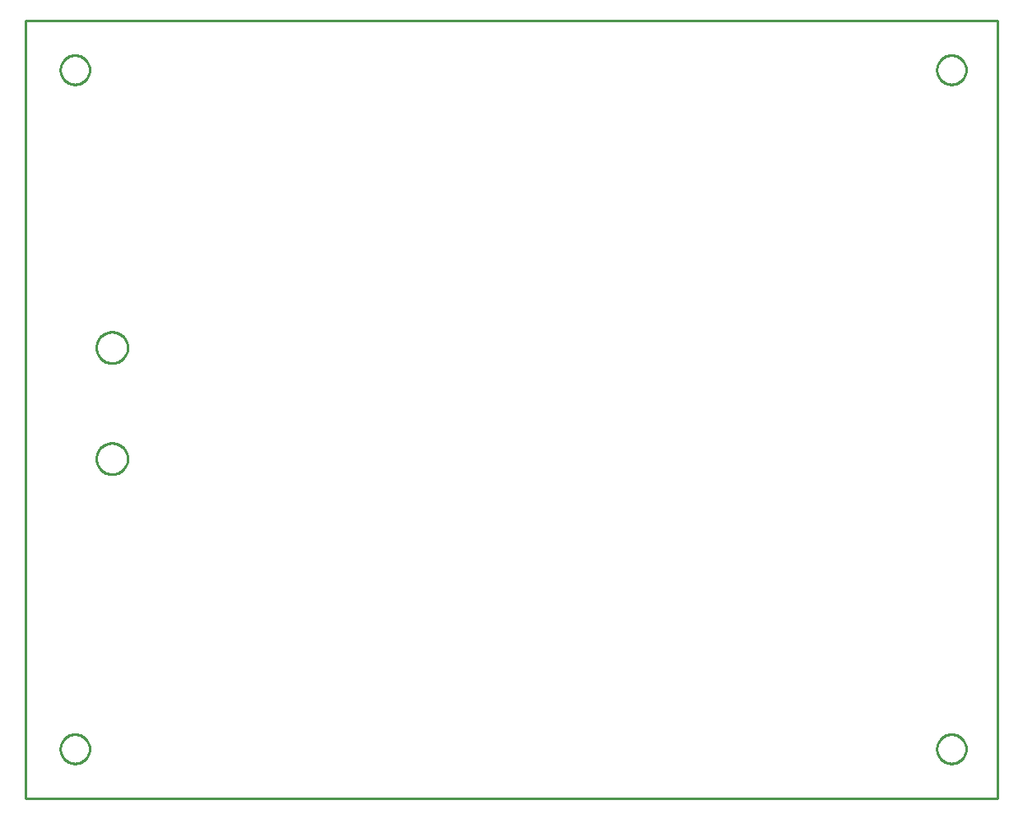
<source format=gbr>
G04 EAGLE Gerber RS-274X export*
G75*
%MOMM*%
%FSLAX34Y34*%
%LPD*%
%IN*%
%IPPOS*%
%AMOC8*
5,1,8,0,0,1.08239X$1,22.5*%
G01*
%ADD10C,0.254000*%


D10*
X0Y0D02*
X1000000Y0D01*
X1000000Y800000D01*
X0Y800000D01*
X0Y0D01*
X967500Y748764D02*
X967424Y747696D01*
X967271Y746635D01*
X967043Y745588D01*
X966741Y744560D01*
X966367Y743556D01*
X965922Y742581D01*
X965408Y741641D01*
X964829Y740740D01*
X964187Y739882D01*
X963485Y739072D01*
X962728Y738315D01*
X961918Y737613D01*
X961060Y736971D01*
X960159Y736392D01*
X959219Y735878D01*
X958244Y735433D01*
X957240Y735059D01*
X956212Y734757D01*
X955165Y734529D01*
X954104Y734376D01*
X953036Y734300D01*
X951964Y734300D01*
X950896Y734376D01*
X949835Y734529D01*
X948788Y734757D01*
X947760Y735059D01*
X946756Y735433D01*
X945781Y735878D01*
X944841Y736392D01*
X943940Y736971D01*
X943082Y737613D01*
X942272Y738315D01*
X941515Y739072D01*
X940813Y739882D01*
X940171Y740740D01*
X939592Y741641D01*
X939078Y742581D01*
X938633Y743556D01*
X938259Y744560D01*
X937957Y745588D01*
X937729Y746635D01*
X937576Y747696D01*
X937500Y748764D01*
X937500Y749836D01*
X937576Y750904D01*
X937729Y751965D01*
X937957Y753012D01*
X938259Y754040D01*
X938633Y755044D01*
X939078Y756019D01*
X939592Y756959D01*
X940171Y757860D01*
X940813Y758718D01*
X941515Y759528D01*
X942272Y760285D01*
X943082Y760987D01*
X943940Y761629D01*
X944841Y762208D01*
X945781Y762722D01*
X946756Y763167D01*
X947760Y763541D01*
X948788Y763843D01*
X949835Y764071D01*
X950896Y764224D01*
X951964Y764300D01*
X953036Y764300D01*
X954104Y764224D01*
X955165Y764071D01*
X956212Y763843D01*
X957240Y763541D01*
X958244Y763167D01*
X959219Y762722D01*
X960159Y762208D01*
X961060Y761629D01*
X961918Y760987D01*
X962728Y760285D01*
X963485Y759528D01*
X964187Y758718D01*
X964829Y757860D01*
X965408Y756959D01*
X965922Y756019D01*
X966367Y755044D01*
X966741Y754040D01*
X967043Y753012D01*
X967271Y751965D01*
X967424Y750904D01*
X967500Y749836D01*
X967500Y748764D01*
X967500Y50264D02*
X967424Y49196D01*
X967271Y48135D01*
X967043Y47088D01*
X966741Y46060D01*
X966367Y45056D01*
X965922Y44081D01*
X965408Y43141D01*
X964829Y42240D01*
X964187Y41382D01*
X963485Y40572D01*
X962728Y39815D01*
X961918Y39113D01*
X961060Y38471D01*
X960159Y37892D01*
X959219Y37378D01*
X958244Y36933D01*
X957240Y36559D01*
X956212Y36257D01*
X955165Y36029D01*
X954104Y35876D01*
X953036Y35800D01*
X951964Y35800D01*
X950896Y35876D01*
X949835Y36029D01*
X948788Y36257D01*
X947760Y36559D01*
X946756Y36933D01*
X945781Y37378D01*
X944841Y37892D01*
X943940Y38471D01*
X943082Y39113D01*
X942272Y39815D01*
X941515Y40572D01*
X940813Y41382D01*
X940171Y42240D01*
X939592Y43141D01*
X939078Y44081D01*
X938633Y45056D01*
X938259Y46060D01*
X937957Y47088D01*
X937729Y48135D01*
X937576Y49196D01*
X937500Y50264D01*
X937500Y51336D01*
X937576Y52404D01*
X937729Y53465D01*
X937957Y54512D01*
X938259Y55540D01*
X938633Y56544D01*
X939078Y57519D01*
X939592Y58459D01*
X940171Y59360D01*
X940813Y60218D01*
X941515Y61028D01*
X942272Y61785D01*
X943082Y62487D01*
X943940Y63129D01*
X944841Y63708D01*
X945781Y64222D01*
X946756Y64667D01*
X947760Y65041D01*
X948788Y65343D01*
X949835Y65571D01*
X950896Y65724D01*
X951964Y65800D01*
X953036Y65800D01*
X954104Y65724D01*
X955165Y65571D01*
X956212Y65343D01*
X957240Y65041D01*
X958244Y64667D01*
X959219Y64222D01*
X960159Y63708D01*
X961060Y63129D01*
X961918Y62487D01*
X962728Y61785D01*
X963485Y61028D01*
X964187Y60218D01*
X964829Y59360D01*
X965408Y58459D01*
X965922Y57519D01*
X966367Y56544D01*
X966741Y55540D01*
X967043Y54512D01*
X967271Y53465D01*
X967424Y52404D01*
X967500Y51336D01*
X967500Y50264D01*
X65800Y50264D02*
X65724Y49196D01*
X65571Y48135D01*
X65343Y47088D01*
X65041Y46060D01*
X64667Y45056D01*
X64222Y44081D01*
X63708Y43141D01*
X63129Y42240D01*
X62487Y41382D01*
X61785Y40572D01*
X61028Y39815D01*
X60218Y39113D01*
X59360Y38471D01*
X58459Y37892D01*
X57519Y37378D01*
X56544Y36933D01*
X55540Y36559D01*
X54512Y36257D01*
X53465Y36029D01*
X52404Y35876D01*
X51336Y35800D01*
X50264Y35800D01*
X49196Y35876D01*
X48135Y36029D01*
X47088Y36257D01*
X46060Y36559D01*
X45056Y36933D01*
X44081Y37378D01*
X43141Y37892D01*
X42240Y38471D01*
X41382Y39113D01*
X40572Y39815D01*
X39815Y40572D01*
X39113Y41382D01*
X38471Y42240D01*
X37892Y43141D01*
X37378Y44081D01*
X36933Y45056D01*
X36559Y46060D01*
X36257Y47088D01*
X36029Y48135D01*
X35876Y49196D01*
X35800Y50264D01*
X35800Y51336D01*
X35876Y52404D01*
X36029Y53465D01*
X36257Y54512D01*
X36559Y55540D01*
X36933Y56544D01*
X37378Y57519D01*
X37892Y58459D01*
X38471Y59360D01*
X39113Y60218D01*
X39815Y61028D01*
X40572Y61785D01*
X41382Y62487D01*
X42240Y63129D01*
X43141Y63708D01*
X44081Y64222D01*
X45056Y64667D01*
X46060Y65041D01*
X47088Y65343D01*
X48135Y65571D01*
X49196Y65724D01*
X50264Y65800D01*
X51336Y65800D01*
X52404Y65724D01*
X53465Y65571D01*
X54512Y65343D01*
X55540Y65041D01*
X56544Y64667D01*
X57519Y64222D01*
X58459Y63708D01*
X59360Y63129D01*
X60218Y62487D01*
X61028Y61785D01*
X61785Y61028D01*
X62487Y60218D01*
X63129Y59360D01*
X63708Y58459D01*
X64222Y57519D01*
X64667Y56544D01*
X65041Y55540D01*
X65343Y54512D01*
X65571Y53465D01*
X65724Y52404D01*
X65800Y51336D01*
X65800Y50264D01*
X65800Y748764D02*
X65724Y747696D01*
X65571Y746635D01*
X65343Y745588D01*
X65041Y744560D01*
X64667Y743556D01*
X64222Y742581D01*
X63708Y741641D01*
X63129Y740740D01*
X62487Y739882D01*
X61785Y739072D01*
X61028Y738315D01*
X60218Y737613D01*
X59360Y736971D01*
X58459Y736392D01*
X57519Y735878D01*
X56544Y735433D01*
X55540Y735059D01*
X54512Y734757D01*
X53465Y734529D01*
X52404Y734376D01*
X51336Y734300D01*
X50264Y734300D01*
X49196Y734376D01*
X48135Y734529D01*
X47088Y734757D01*
X46060Y735059D01*
X45056Y735433D01*
X44081Y735878D01*
X43141Y736392D01*
X42240Y736971D01*
X41382Y737613D01*
X40572Y738315D01*
X39815Y739072D01*
X39113Y739882D01*
X38471Y740740D01*
X37892Y741641D01*
X37378Y742581D01*
X36933Y743556D01*
X36559Y744560D01*
X36257Y745588D01*
X36029Y746635D01*
X35876Y747696D01*
X35800Y748764D01*
X35800Y749836D01*
X35876Y750904D01*
X36029Y751965D01*
X36257Y753012D01*
X36559Y754040D01*
X36933Y755044D01*
X37378Y756019D01*
X37892Y756959D01*
X38471Y757860D01*
X39113Y758718D01*
X39815Y759528D01*
X40572Y760285D01*
X41382Y760987D01*
X42240Y761629D01*
X43141Y762208D01*
X44081Y762722D01*
X45056Y763167D01*
X46060Y763541D01*
X47088Y763843D01*
X48135Y764071D01*
X49196Y764224D01*
X50264Y764300D01*
X51336Y764300D01*
X52404Y764224D01*
X53465Y764071D01*
X54512Y763843D01*
X55540Y763541D01*
X56544Y763167D01*
X57519Y762722D01*
X58459Y762208D01*
X59360Y761629D01*
X60218Y760987D01*
X61028Y760285D01*
X61785Y759528D01*
X62487Y758718D01*
X63129Y757860D01*
X63708Y756959D01*
X64222Y756019D01*
X64667Y755044D01*
X65041Y754040D01*
X65343Y753012D01*
X65571Y751965D01*
X65724Y750904D01*
X65800Y749836D01*
X65800Y748764D01*
X88376Y447550D02*
X87331Y447619D01*
X86292Y447755D01*
X85265Y447960D01*
X84253Y448231D01*
X83261Y448567D01*
X82293Y448968D01*
X81354Y449432D01*
X80446Y449956D01*
X79575Y450538D01*
X78744Y451175D01*
X77957Y451866D01*
X77216Y452607D01*
X76525Y453394D01*
X75888Y454225D01*
X75306Y455096D01*
X74782Y456004D01*
X74318Y456943D01*
X73917Y457911D01*
X73581Y458903D01*
X73310Y459915D01*
X73105Y460942D01*
X72969Y461981D01*
X72900Y463026D01*
X72900Y464074D01*
X72969Y465119D01*
X73105Y466158D01*
X73310Y467185D01*
X73581Y468197D01*
X73917Y469189D01*
X74318Y470157D01*
X74782Y471096D01*
X75306Y472004D01*
X75888Y472875D01*
X76525Y473706D01*
X77216Y474493D01*
X77957Y475234D01*
X78744Y475925D01*
X79575Y476563D01*
X80446Y477145D01*
X81354Y477668D01*
X82293Y478132D01*
X83261Y478533D01*
X84253Y478869D01*
X85265Y479140D01*
X86292Y479345D01*
X87331Y479482D01*
X88376Y479550D01*
X89424Y479550D01*
X90469Y479482D01*
X91508Y479345D01*
X92535Y479140D01*
X93547Y478869D01*
X94539Y478533D01*
X95507Y478132D01*
X96446Y477668D01*
X97354Y477145D01*
X98225Y476563D01*
X99056Y475925D01*
X99843Y475234D01*
X100584Y474493D01*
X101275Y473706D01*
X101913Y472875D01*
X102495Y472004D01*
X103018Y471096D01*
X103482Y470157D01*
X103883Y469189D01*
X104219Y468197D01*
X104490Y467185D01*
X104695Y466158D01*
X104832Y465119D01*
X104900Y464074D01*
X104900Y463026D01*
X104832Y461981D01*
X104695Y460942D01*
X104490Y459915D01*
X104219Y458903D01*
X103883Y457911D01*
X103482Y456943D01*
X103018Y456004D01*
X102495Y455096D01*
X101913Y454225D01*
X101275Y453394D01*
X100584Y452607D01*
X99843Y451866D01*
X99056Y451175D01*
X98225Y450538D01*
X97354Y449956D01*
X96446Y449432D01*
X95507Y448968D01*
X94539Y448567D01*
X93547Y448231D01*
X92535Y447960D01*
X91508Y447755D01*
X90469Y447619D01*
X89424Y447550D01*
X88376Y447550D01*
X88376Y333250D02*
X87331Y333319D01*
X86292Y333455D01*
X85265Y333660D01*
X84253Y333931D01*
X83261Y334267D01*
X82293Y334668D01*
X81354Y335132D01*
X80446Y335656D01*
X79575Y336238D01*
X78744Y336875D01*
X77957Y337566D01*
X77216Y338307D01*
X76525Y339094D01*
X75888Y339925D01*
X75306Y340796D01*
X74782Y341704D01*
X74318Y342643D01*
X73917Y343611D01*
X73581Y344603D01*
X73310Y345615D01*
X73105Y346642D01*
X72969Y347681D01*
X72900Y348726D01*
X72900Y349774D01*
X72969Y350819D01*
X73105Y351858D01*
X73310Y352885D01*
X73581Y353897D01*
X73917Y354889D01*
X74318Y355857D01*
X74782Y356796D01*
X75306Y357704D01*
X75888Y358575D01*
X76525Y359406D01*
X77216Y360193D01*
X77957Y360934D01*
X78744Y361625D01*
X79575Y362263D01*
X80446Y362845D01*
X81354Y363368D01*
X82293Y363832D01*
X83261Y364233D01*
X84253Y364569D01*
X85265Y364840D01*
X86292Y365045D01*
X87331Y365182D01*
X88376Y365250D01*
X89424Y365250D01*
X90469Y365182D01*
X91508Y365045D01*
X92535Y364840D01*
X93547Y364569D01*
X94539Y364233D01*
X95507Y363832D01*
X96446Y363368D01*
X97354Y362845D01*
X98225Y362263D01*
X99056Y361625D01*
X99843Y360934D01*
X100584Y360193D01*
X101275Y359406D01*
X101913Y358575D01*
X102495Y357704D01*
X103018Y356796D01*
X103482Y355857D01*
X103883Y354889D01*
X104219Y353897D01*
X104490Y352885D01*
X104695Y351858D01*
X104832Y350819D01*
X104900Y349774D01*
X104900Y348726D01*
X104832Y347681D01*
X104695Y346642D01*
X104490Y345615D01*
X104219Y344603D01*
X103883Y343611D01*
X103482Y342643D01*
X103018Y341704D01*
X102495Y340796D01*
X101913Y339925D01*
X101275Y339094D01*
X100584Y338307D01*
X99843Y337566D01*
X99056Y336875D01*
X98225Y336238D01*
X97354Y335656D01*
X96446Y335132D01*
X95507Y334668D01*
X94539Y334267D01*
X93547Y333931D01*
X92535Y333660D01*
X91508Y333455D01*
X90469Y333319D01*
X89424Y333250D01*
X88376Y333250D01*
M02*

</source>
